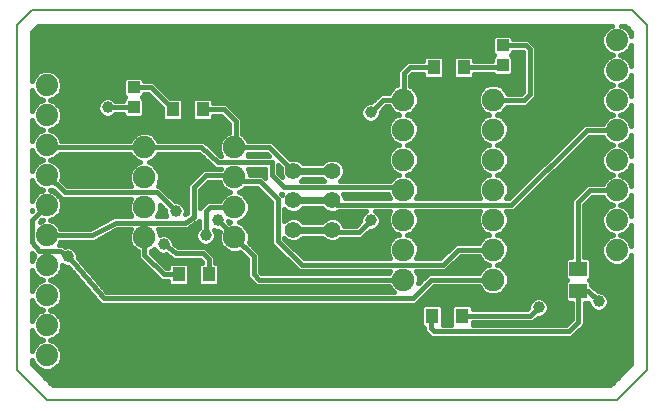
<source format=gtl>
G75*
%MOIN*%
%OFA0B0*%
%FSLAX25Y25*%
%IPPOS*%
%LPD*%
%AMOC8*
5,1,8,0,0,1.08239X$1,22.5*
%
%ADD10C,0.07400*%
%ADD11C,0.00500*%
%ADD12C,0.07500*%
%ADD13C,0.05500*%
%ADD14R,0.05906X0.05118*%
%ADD15R,0.04300X0.05000*%
%ADD16R,0.04331X0.03937*%
%ADD17C,0.02400*%
%ADD18C,0.01600*%
%ADD19C,0.03962*%
D10*
X0046595Y0016256D03*
X0046595Y0026256D03*
X0046595Y0036256D03*
X0046595Y0046256D03*
X0046595Y0056256D03*
X0046595Y0066256D03*
X0046595Y0076256D03*
X0046595Y0086256D03*
X0046595Y0096256D03*
X0046595Y0106256D03*
X0236595Y0101256D03*
X0236595Y0091256D03*
X0236595Y0081256D03*
X0236595Y0071256D03*
X0236595Y0061256D03*
X0236595Y0051256D03*
X0236595Y0111256D03*
X0236595Y0121256D03*
D11*
X0036595Y0126256D02*
X0036595Y0011256D01*
X0046595Y0001256D01*
X0236595Y0001256D01*
X0246595Y0011256D01*
X0246595Y0126256D01*
X0241595Y0131256D01*
X0041595Y0131256D01*
X0036595Y0126256D01*
D12*
X0079195Y0085656D03*
X0079195Y0075656D03*
X0079195Y0065656D03*
X0079195Y0055656D03*
X0109195Y0055656D03*
X0109195Y0065656D03*
X0109195Y0075656D03*
X0109195Y0085656D03*
X0165495Y0081556D03*
X0165495Y0091556D03*
X0165495Y0101556D03*
X0195495Y0101556D03*
X0195495Y0091556D03*
X0195495Y0081556D03*
X0195495Y0071556D03*
X0195495Y0061556D03*
X0195495Y0051556D03*
X0195495Y0041556D03*
X0165495Y0041556D03*
X0165495Y0051556D03*
X0165495Y0061556D03*
X0165495Y0071556D03*
D13*
X0141795Y0067956D03*
X0128795Y0067956D03*
X0128795Y0077756D03*
X0141795Y0077756D03*
X0141795Y0058156D03*
X0128795Y0058156D03*
D14*
X0223795Y0045096D03*
X0223795Y0037616D03*
D15*
X0185095Y0029456D03*
X0175095Y0029456D03*
X0100595Y0043256D03*
X0090595Y0043256D03*
X0088595Y0098256D03*
X0098595Y0098256D03*
X0175595Y0112256D03*
X0185595Y0112256D03*
D16*
X0198595Y0112909D03*
X0198595Y0119602D03*
X0075595Y0105602D03*
X0075595Y0098909D03*
D17*
X0128795Y0077756D02*
X0141795Y0077756D01*
X0141795Y0067956D02*
X0128795Y0067956D01*
X0128795Y0058156D02*
X0141795Y0058156D01*
D18*
X0142695Y0057256D01*
X0150595Y0057256D01*
X0154595Y0061256D01*
X0157700Y0059917D02*
X0160599Y0059917D01*
X0160345Y0060531D02*
X0161129Y0058639D01*
X0162578Y0057190D01*
X0164109Y0056556D01*
X0162578Y0055922D01*
X0161129Y0054473D01*
X0160345Y0052580D01*
X0160345Y0050531D01*
X0161081Y0048756D01*
X0132482Y0048756D01*
X0125795Y0055192D01*
X0125795Y0055287D01*
X0126444Y0054638D01*
X0127970Y0054006D01*
X0129621Y0054006D01*
X0131146Y0054638D01*
X0132064Y0055556D01*
X0138526Y0055556D01*
X0139444Y0054638D01*
X0140970Y0054006D01*
X0142621Y0054006D01*
X0144146Y0054638D01*
X0144564Y0055056D01*
X0151506Y0055056D01*
X0152795Y0056345D01*
X0154325Y0057875D01*
X0155268Y0057875D01*
X0156510Y0058390D01*
X0157461Y0059341D01*
X0157976Y0060583D01*
X0157976Y0061928D01*
X0157461Y0063171D01*
X0156510Y0064122D01*
X0155946Y0064356D01*
X0161081Y0064356D01*
X0160345Y0062580D01*
X0160345Y0060531D01*
X0160345Y0061516D02*
X0157976Y0061516D01*
X0157485Y0063114D02*
X0160566Y0063114D01*
X0153244Y0064356D02*
X0152680Y0064122D01*
X0151729Y0063171D01*
X0151214Y0061928D01*
X0151214Y0060986D01*
X0149684Y0059456D01*
X0145749Y0059456D01*
X0145313Y0060507D01*
X0144146Y0061674D01*
X0142621Y0062306D01*
X0140970Y0062306D01*
X0139444Y0061674D01*
X0138526Y0060756D01*
X0132064Y0060756D01*
X0131146Y0061674D01*
X0129621Y0062306D01*
X0127970Y0062306D01*
X0126444Y0061674D01*
X0125795Y0061025D01*
X0125795Y0065087D01*
X0126444Y0064438D01*
X0127970Y0063806D01*
X0129621Y0063806D01*
X0131146Y0064438D01*
X0132064Y0065356D01*
X0138526Y0065356D01*
X0139444Y0064438D01*
X0140970Y0063806D01*
X0142621Y0063806D01*
X0143948Y0064356D01*
X0153244Y0064356D01*
X0151705Y0063114D02*
X0125795Y0063114D01*
X0125795Y0064713D02*
X0126169Y0064713D01*
X0123595Y0068256D02*
X0117595Y0074256D01*
X0110595Y0074256D01*
X0109195Y0075656D01*
X0108595Y0076256D01*
X0099595Y0076256D01*
X0095595Y0072256D01*
X0095595Y0062456D01*
X0092595Y0060556D01*
X0069595Y0060556D01*
X0061595Y0056256D01*
X0046595Y0056256D01*
X0050146Y0059917D02*
X0063761Y0059917D01*
X0061041Y0058456D02*
X0051204Y0058456D01*
X0050919Y0059145D01*
X0049484Y0060579D01*
X0047851Y0061256D01*
X0049484Y0061932D01*
X0050919Y0063367D01*
X0051695Y0065241D01*
X0051695Y0067270D01*
X0050919Y0069145D01*
X0049484Y0070579D01*
X0047851Y0071256D01*
X0048497Y0071523D01*
X0051173Y0069067D01*
X0051784Y0068456D01*
X0051838Y0068456D01*
X0051879Y0068419D01*
X0052742Y0068456D01*
X0074781Y0068456D01*
X0074045Y0066680D01*
X0074045Y0064631D01*
X0074822Y0062756D01*
X0069919Y0062756D01*
X0069356Y0062925D01*
X0069041Y0062756D01*
X0068684Y0062756D01*
X0068268Y0062340D01*
X0061041Y0058456D01*
X0061271Y0054056D02*
X0061834Y0053887D01*
X0062149Y0054056D01*
X0062506Y0054056D01*
X0062922Y0054471D01*
X0070149Y0058356D01*
X0074739Y0058356D01*
X0074045Y0056680D01*
X0074045Y0054631D01*
X0074829Y0052739D01*
X0076278Y0051290D01*
X0076995Y0050993D01*
X0076995Y0048745D01*
X0083395Y0042345D01*
X0084684Y0041056D01*
X0087045Y0041056D01*
X0087045Y0040176D01*
X0087865Y0039356D01*
X0093325Y0039356D01*
X0094145Y0040176D01*
X0094145Y0046336D01*
X0093325Y0047156D01*
X0087865Y0047156D01*
X0087045Y0046336D01*
X0087045Y0045456D01*
X0086506Y0045456D01*
X0081395Y0050567D01*
X0081395Y0050993D01*
X0082112Y0051290D01*
X0082563Y0051741D01*
X0082729Y0051341D01*
X0083680Y0050390D01*
X0084923Y0049875D01*
X0086268Y0049875D01*
X0086377Y0049920D01*
X0088150Y0048590D01*
X0088684Y0048056D01*
X0088862Y0048056D01*
X0089004Y0047949D01*
X0089752Y0048056D01*
X0097684Y0048056D01*
X0098395Y0047345D01*
X0098395Y0047156D01*
X0097865Y0047156D01*
X0097045Y0046336D01*
X0097045Y0040176D01*
X0097865Y0039356D01*
X0103325Y0039356D01*
X0104145Y0040176D01*
X0104145Y0046336D01*
X0103325Y0047156D01*
X0102795Y0047156D01*
X0102795Y0049167D01*
X0100795Y0051167D01*
X0099506Y0052456D01*
X0090328Y0052456D01*
X0088976Y0053470D01*
X0088976Y0053928D01*
X0088461Y0055171D01*
X0087510Y0056122D01*
X0086268Y0056637D01*
X0084923Y0056637D01*
X0084345Y0056398D01*
X0084345Y0056680D01*
X0083651Y0058356D01*
X0092351Y0058356D01*
X0093002Y0058210D01*
X0093233Y0058356D01*
X0093506Y0058356D01*
X0093978Y0058828D01*
X0096233Y0060256D01*
X0096506Y0060256D01*
X0096978Y0060728D01*
X0097395Y0060992D01*
X0097395Y0058837D01*
X0096729Y0058171D01*
X0096214Y0056928D01*
X0096214Y0055583D01*
X0096729Y0054341D01*
X0097680Y0053390D01*
X0098923Y0052875D01*
X0100268Y0052875D01*
X0101510Y0053390D01*
X0102461Y0054341D01*
X0102976Y0055583D01*
X0102976Y0056928D01*
X0102514Y0058044D01*
X0102923Y0057875D01*
X0103865Y0057875D01*
X0104342Y0057398D01*
X0104045Y0056680D01*
X0104045Y0054631D01*
X0104829Y0052739D01*
X0106278Y0051290D01*
X0108171Y0050506D01*
X0110220Y0050506D01*
X0110937Y0050803D01*
X0113395Y0048345D01*
X0113395Y0042345D01*
X0114684Y0041056D01*
X0116384Y0039356D01*
X0160832Y0039356D01*
X0161129Y0038639D01*
X0162312Y0037456D01*
X0066607Y0037456D01*
X0056976Y0048692D01*
X0056976Y0049928D01*
X0056461Y0051171D01*
X0055510Y0052122D01*
X0054268Y0052637D01*
X0052923Y0052637D01*
X0052737Y0052560D01*
X0052631Y0052634D01*
X0052137Y0053143D01*
X0051909Y0053146D01*
X0051723Y0053278D01*
X0051024Y0053158D01*
X0050714Y0053163D01*
X0050919Y0053367D01*
X0051204Y0054056D01*
X0061271Y0054056D01*
X0064132Y0055122D02*
X0074045Y0055122D01*
X0074062Y0056720D02*
X0067106Y0056720D01*
X0070080Y0058319D02*
X0074724Y0058319D01*
X0079195Y0055656D02*
X0079195Y0049656D01*
X0085595Y0043256D01*
X0090595Y0043256D01*
X0094145Y0043932D02*
X0097045Y0043932D01*
X0097045Y0042334D02*
X0094145Y0042334D01*
X0094145Y0040735D02*
X0097045Y0040735D01*
X0100595Y0043256D02*
X0100595Y0048256D01*
X0098595Y0050256D01*
X0089595Y0050256D01*
X0085595Y0053256D01*
X0088482Y0055122D02*
X0096405Y0055122D01*
X0096214Y0056720D02*
X0084329Y0056720D01*
X0083666Y0058319D02*
X0092516Y0058319D01*
X0093175Y0058319D02*
X0096877Y0058319D01*
X0097395Y0059917D02*
X0095699Y0059917D01*
X0099595Y0056256D02*
X0099595Y0064256D01*
X0100995Y0065656D01*
X0109195Y0065656D01*
X0113717Y0063114D02*
X0121395Y0063114D01*
X0121395Y0064713D02*
X0114345Y0064713D01*
X0114345Y0064631D02*
X0114345Y0066680D01*
X0113561Y0068573D01*
X0112112Y0070022D01*
X0110582Y0070656D01*
X0112112Y0071290D01*
X0112878Y0072056D01*
X0116684Y0072056D01*
X0121395Y0067345D01*
X0121395Y0055143D01*
X0121378Y0055125D01*
X0121395Y0054235D01*
X0121395Y0053345D01*
X0121412Y0053327D01*
X0121413Y0053303D01*
X0122054Y0052686D01*
X0122684Y0052056D01*
X0122708Y0052056D01*
X0130054Y0044986D01*
X0130684Y0044356D01*
X0130708Y0044356D01*
X0130726Y0044339D01*
X0131616Y0044356D01*
X0161081Y0044356D01*
X0160832Y0043756D01*
X0118206Y0043756D01*
X0117795Y0044167D01*
X0117795Y0050167D01*
X0116506Y0051456D01*
X0114048Y0053914D01*
X0114345Y0054631D01*
X0114345Y0056680D01*
X0113561Y0058573D01*
X0112112Y0060022D01*
X0110582Y0060656D01*
X0112112Y0061290D01*
X0113561Y0062739D01*
X0114345Y0064631D01*
X0114345Y0066312D02*
X0121395Y0066312D01*
X0120830Y0067910D02*
X0113836Y0067910D01*
X0112626Y0069509D02*
X0119231Y0069509D01*
X0117633Y0071107D02*
X0111671Y0071107D01*
X0107809Y0070656D02*
X0106278Y0070022D01*
X0104829Y0068573D01*
X0104532Y0067856D01*
X0100084Y0067856D01*
X0098684Y0066456D01*
X0097795Y0065567D01*
X0097795Y0071345D01*
X0100506Y0074056D01*
X0104284Y0074056D01*
X0104829Y0072739D01*
X0106278Y0071290D01*
X0107809Y0070656D01*
X0106719Y0071107D02*
X0097795Y0071107D01*
X0097795Y0069509D02*
X0105765Y0069509D01*
X0104555Y0067910D02*
X0097795Y0067910D01*
X0097795Y0066312D02*
X0098539Y0066312D01*
X0093395Y0066312D02*
X0092321Y0066312D01*
X0092461Y0066171D02*
X0091510Y0067122D01*
X0090268Y0067637D01*
X0089354Y0067637D01*
X0085495Y0071557D01*
X0085495Y0071567D01*
X0084856Y0072206D01*
X0084224Y0072849D01*
X0084214Y0072849D01*
X0084206Y0072856D01*
X0083610Y0072856D01*
X0084345Y0074631D01*
X0084345Y0076680D01*
X0083561Y0078573D01*
X0082112Y0080022D01*
X0080582Y0080656D01*
X0082112Y0081290D01*
X0083561Y0082739D01*
X0083858Y0083456D01*
X0097333Y0083456D01*
X0102069Y0079070D01*
X0102684Y0078456D01*
X0102733Y0078456D01*
X0102733Y0078456D01*
X0098684Y0078456D01*
X0097395Y0077167D01*
X0093395Y0073167D01*
X0093395Y0063667D01*
X0092874Y0063337D01*
X0092976Y0063583D01*
X0092976Y0064928D01*
X0092461Y0066171D01*
X0092976Y0064713D02*
X0093395Y0064713D01*
X0089595Y0064256D02*
X0083295Y0070656D01*
X0052695Y0070656D01*
X0046595Y0076256D01*
X0041883Y0074304D02*
X0041645Y0074304D01*
X0041645Y0074879D02*
X0042272Y0073367D01*
X0043706Y0071932D01*
X0045339Y0071256D01*
X0043706Y0070579D01*
X0042272Y0069145D01*
X0041645Y0067632D01*
X0041645Y0074879D01*
X0041645Y0072706D02*
X0042933Y0072706D01*
X0041645Y0071107D02*
X0044980Y0071107D01*
X0042635Y0069509D02*
X0041645Y0069509D01*
X0041645Y0067910D02*
X0041760Y0067910D01*
X0046595Y0066256D02*
X0041595Y0061256D01*
X0041595Y0054156D01*
X0043995Y0051056D01*
X0051195Y0050956D01*
X0053595Y0049256D01*
X0065595Y0035256D01*
X0168595Y0035256D01*
X0174895Y0041556D01*
X0195495Y0041556D01*
X0190832Y0043756D02*
X0173984Y0043756D01*
X0170564Y0040336D01*
X0170645Y0040531D01*
X0170645Y0042580D01*
X0169910Y0044356D01*
X0178563Y0044356D01*
X0179442Y0044330D01*
X0179469Y0044356D01*
X0179506Y0044356D01*
X0180128Y0044978D01*
X0184769Y0049356D01*
X0190832Y0049356D01*
X0191129Y0048639D01*
X0192578Y0047190D01*
X0194109Y0046556D01*
X0192578Y0045922D01*
X0191129Y0044473D01*
X0190832Y0043756D01*
X0190905Y0043932D02*
X0170085Y0043932D01*
X0170645Y0042334D02*
X0172562Y0042334D01*
X0170963Y0040735D02*
X0170645Y0040735D01*
X0173989Y0037538D02*
X0192230Y0037538D01*
X0192578Y0037190D02*
X0194471Y0036406D01*
X0196520Y0036406D01*
X0198412Y0037190D01*
X0199861Y0038639D01*
X0200645Y0040531D01*
X0200645Y0042580D01*
X0199861Y0044473D01*
X0198412Y0045922D01*
X0196882Y0046556D01*
X0198412Y0047190D01*
X0199861Y0048639D01*
X0200645Y0050531D01*
X0200645Y0052580D01*
X0199861Y0054473D01*
X0198412Y0055922D01*
X0196882Y0056556D01*
X0198412Y0057190D01*
X0199861Y0058639D01*
X0200645Y0060531D01*
X0200645Y0062580D01*
X0199910Y0064356D01*
X0201487Y0064356D01*
X0202389Y0064349D01*
X0202396Y0064356D01*
X0202406Y0064356D01*
X0203045Y0064994D01*
X0227496Y0089056D01*
X0231986Y0089056D01*
X0232272Y0088367D01*
X0233706Y0086932D01*
X0235339Y0086256D01*
X0233706Y0085579D01*
X0232272Y0084145D01*
X0231495Y0082270D01*
X0231495Y0080241D01*
X0232272Y0078367D01*
X0233706Y0076932D01*
X0235339Y0076256D01*
X0233706Y0075579D01*
X0232272Y0074145D01*
X0231986Y0073456D01*
X0226684Y0073456D01*
X0222684Y0069456D01*
X0221395Y0068167D01*
X0221395Y0049055D01*
X0220262Y0049055D01*
X0219442Y0048235D01*
X0219442Y0041957D01*
X0220044Y0041356D01*
X0219442Y0040755D01*
X0219442Y0034477D01*
X0220262Y0033657D01*
X0221595Y0033657D01*
X0221595Y0028367D01*
X0219684Y0026456D01*
X0188645Y0026456D01*
X0188645Y0027256D01*
X0208706Y0027256D01*
X0210325Y0028875D01*
X0211268Y0028875D01*
X0212510Y0029390D01*
X0213461Y0030341D01*
X0213976Y0031583D01*
X0213976Y0032928D01*
X0213461Y0034171D01*
X0212510Y0035122D01*
X0211268Y0035637D01*
X0209923Y0035637D01*
X0208680Y0035122D01*
X0207729Y0034171D01*
X0207214Y0032928D01*
X0207214Y0031986D01*
X0206884Y0031656D01*
X0188645Y0031656D01*
X0188645Y0032536D01*
X0187825Y0033356D01*
X0182365Y0033356D01*
X0181545Y0032536D01*
X0181545Y0026456D01*
X0178645Y0026456D01*
X0178645Y0032536D01*
X0177825Y0033356D01*
X0172365Y0033356D01*
X0171545Y0032536D01*
X0171545Y0026376D01*
X0172365Y0025556D01*
X0172395Y0025556D01*
X0172395Y0024345D01*
X0173684Y0023056D01*
X0174684Y0022056D01*
X0221506Y0022056D01*
X0222795Y0023345D01*
X0225995Y0026545D01*
X0225995Y0033657D01*
X0227214Y0033657D01*
X0227214Y0033583D01*
X0227729Y0032341D01*
X0228680Y0031390D01*
X0229923Y0030875D01*
X0231268Y0030875D01*
X0232510Y0031390D01*
X0233461Y0032341D01*
X0233976Y0033583D01*
X0233976Y0034928D01*
X0233461Y0036171D01*
X0232510Y0037122D01*
X0231268Y0037637D01*
X0230325Y0037637D01*
X0228148Y0039814D01*
X0228148Y0040755D01*
X0227547Y0041356D01*
X0228148Y0041957D01*
X0228148Y0048235D01*
X0227328Y0049055D01*
X0225795Y0049055D01*
X0225795Y0066345D01*
X0228506Y0069056D01*
X0231986Y0069056D01*
X0232272Y0068367D01*
X0233706Y0066932D01*
X0235339Y0066256D01*
X0233706Y0065579D01*
X0232272Y0064145D01*
X0231495Y0062270D01*
X0231495Y0060241D01*
X0232272Y0058367D01*
X0233706Y0056932D01*
X0235339Y0056256D01*
X0233706Y0055579D01*
X0232272Y0054145D01*
X0231495Y0052270D01*
X0231495Y0050241D01*
X0232272Y0048367D01*
X0233706Y0046932D01*
X0235581Y0046156D01*
X0237610Y0046156D01*
X0239484Y0046932D01*
X0240919Y0048367D01*
X0241545Y0049879D01*
X0241545Y0013348D01*
X0234503Y0006306D01*
X0048687Y0006306D01*
X0041645Y0013348D01*
X0041645Y0014879D01*
X0042272Y0013367D01*
X0043706Y0011932D01*
X0045581Y0011156D01*
X0047610Y0011156D01*
X0049484Y0011932D01*
X0050919Y0013367D01*
X0051695Y0015241D01*
X0051695Y0017270D01*
X0050919Y0019145D01*
X0049484Y0020579D01*
X0047851Y0021256D01*
X0049484Y0021932D01*
X0050919Y0023367D01*
X0051695Y0025241D01*
X0051695Y0027270D01*
X0050919Y0029145D01*
X0049484Y0030579D01*
X0047851Y0031256D01*
X0049484Y0031932D01*
X0050919Y0033367D01*
X0051695Y0035241D01*
X0051695Y0037270D01*
X0050919Y0039145D01*
X0049484Y0040579D01*
X0047851Y0041256D01*
X0049484Y0041932D01*
X0050919Y0043367D01*
X0051695Y0045241D01*
X0051695Y0046383D01*
X0052923Y0045875D01*
X0053596Y0045875D01*
X0063395Y0034442D01*
X0063395Y0034345D01*
X0063980Y0033760D01*
X0064518Y0033132D01*
X0064615Y0033125D01*
X0064684Y0033056D01*
X0065511Y0033056D01*
X0066335Y0032992D01*
X0066409Y0033056D01*
X0169506Y0033056D01*
X0170795Y0034345D01*
X0175806Y0039356D01*
X0190832Y0039356D01*
X0191129Y0038639D01*
X0192578Y0037190D01*
X0190923Y0039137D02*
X0175587Y0039137D01*
X0172390Y0035940D02*
X0219442Y0035940D01*
X0219442Y0037538D02*
X0198761Y0037538D01*
X0200067Y0039137D02*
X0219442Y0039137D01*
X0219442Y0040735D02*
X0200645Y0040735D01*
X0200645Y0042334D02*
X0219442Y0042334D01*
X0219442Y0043932D02*
X0200085Y0043932D01*
X0198803Y0045531D02*
X0219442Y0045531D01*
X0219442Y0047129D02*
X0198266Y0047129D01*
X0199898Y0048728D02*
X0219935Y0048728D01*
X0221395Y0050326D02*
X0200560Y0050326D01*
X0200645Y0051925D02*
X0221395Y0051925D01*
X0221395Y0053523D02*
X0200254Y0053523D01*
X0199212Y0055122D02*
X0221395Y0055122D01*
X0221395Y0056720D02*
X0197279Y0056720D01*
X0199541Y0058319D02*
X0221395Y0058319D01*
X0221395Y0059917D02*
X0200391Y0059917D01*
X0200645Y0061516D02*
X0221395Y0061516D01*
X0221395Y0063114D02*
X0200424Y0063114D01*
X0202763Y0064713D02*
X0221395Y0064713D01*
X0221395Y0066312D02*
X0204383Y0066312D01*
X0206008Y0067910D02*
X0221395Y0067910D01*
X0222736Y0069509D02*
X0207632Y0069509D01*
X0209257Y0071107D02*
X0224335Y0071107D01*
X0225934Y0072706D02*
X0210881Y0072706D01*
X0212505Y0074304D02*
X0232431Y0074304D01*
X0234486Y0075903D02*
X0214130Y0075903D01*
X0215754Y0077501D02*
X0233137Y0077501D01*
X0231968Y0079100D02*
X0217378Y0079100D01*
X0219003Y0080698D02*
X0231495Y0080698D01*
X0231506Y0082297D02*
X0220627Y0082297D01*
X0222252Y0083895D02*
X0232168Y0083895D01*
X0233620Y0085494D02*
X0223876Y0085494D01*
X0225500Y0087092D02*
X0233546Y0087092D01*
X0232137Y0088691D02*
X0227125Y0088691D01*
X0222476Y0090289D02*
X0200545Y0090289D01*
X0200645Y0090531D02*
X0200645Y0092580D01*
X0199861Y0094473D01*
X0198412Y0095922D01*
X0196882Y0096556D01*
X0198412Y0097190D01*
X0199861Y0098639D01*
X0200034Y0099056D01*
X0206506Y0099056D01*
X0207795Y0100345D01*
X0209795Y0102345D01*
X0209795Y0119167D01*
X0208506Y0120456D01*
X0207160Y0121802D01*
X0202160Y0121802D01*
X0202160Y0122151D01*
X0201340Y0122971D01*
X0195850Y0122971D01*
X0195030Y0122151D01*
X0195030Y0117054D01*
X0195828Y0116256D01*
X0195030Y0115458D01*
X0195030Y0114456D01*
X0189145Y0114456D01*
X0189145Y0115336D01*
X0188325Y0116156D01*
X0182865Y0116156D01*
X0182045Y0115336D01*
X0182045Y0109176D01*
X0182865Y0108356D01*
X0188325Y0108356D01*
X0189145Y0109176D01*
X0189145Y0110056D01*
X0195335Y0110056D01*
X0195850Y0109541D01*
X0201340Y0109541D01*
X0202160Y0110361D01*
X0202160Y0115458D01*
X0201362Y0116256D01*
X0202160Y0117054D01*
X0202160Y0117402D01*
X0205337Y0117402D01*
X0205395Y0117345D01*
X0205395Y0104167D01*
X0204684Y0103456D01*
X0200282Y0103456D01*
X0199861Y0104473D01*
X0198412Y0105922D01*
X0196520Y0106706D01*
X0194471Y0106706D01*
X0192578Y0105922D01*
X0191129Y0104473D01*
X0190345Y0102580D01*
X0190345Y0100531D01*
X0191129Y0098639D01*
X0192578Y0097190D01*
X0194109Y0096556D01*
X0192578Y0095922D01*
X0191129Y0094473D01*
X0190345Y0092580D01*
X0190345Y0090531D01*
X0191129Y0088639D01*
X0192578Y0087190D01*
X0194109Y0086556D01*
X0192578Y0085922D01*
X0191129Y0084473D01*
X0190345Y0082580D01*
X0190345Y0080531D01*
X0191129Y0078639D01*
X0192578Y0077190D01*
X0194109Y0076556D01*
X0192578Y0075922D01*
X0191129Y0074473D01*
X0190345Y0072580D01*
X0190345Y0070531D01*
X0191081Y0068756D01*
X0169910Y0068756D01*
X0170645Y0070531D01*
X0170645Y0072580D01*
X0169861Y0074473D01*
X0168412Y0075922D01*
X0166882Y0076556D01*
X0168412Y0077190D01*
X0169861Y0078639D01*
X0170645Y0080531D01*
X0170645Y0082580D01*
X0169861Y0084473D01*
X0168412Y0085922D01*
X0166882Y0086556D01*
X0168412Y0087190D01*
X0169861Y0088639D01*
X0170645Y0090531D01*
X0170645Y0092580D01*
X0169861Y0094473D01*
X0168412Y0095922D01*
X0166882Y0096556D01*
X0168412Y0097190D01*
X0169861Y0098639D01*
X0170645Y0100531D01*
X0170645Y0102580D01*
X0169861Y0104473D01*
X0168412Y0105922D01*
X0167795Y0106178D01*
X0167795Y0109345D01*
X0168506Y0110056D01*
X0172045Y0110056D01*
X0172045Y0109176D01*
X0172865Y0108356D01*
X0178325Y0108356D01*
X0179145Y0109176D01*
X0179145Y0115336D01*
X0178325Y0116156D01*
X0172865Y0116156D01*
X0172045Y0115336D01*
X0172045Y0114456D01*
X0166684Y0114456D01*
X0164684Y0112456D01*
X0163395Y0111167D01*
X0163395Y0106260D01*
X0162578Y0105922D01*
X0161129Y0104473D01*
X0160832Y0103756D01*
X0157984Y0103756D01*
X0154865Y0100637D01*
X0153923Y0100637D01*
X0152680Y0100122D01*
X0151729Y0099171D01*
X0151214Y0097928D01*
X0151214Y0096583D01*
X0151729Y0095341D01*
X0152680Y0094390D01*
X0153923Y0093875D01*
X0155268Y0093875D01*
X0156510Y0094390D01*
X0157461Y0095341D01*
X0157976Y0096583D01*
X0157976Y0097526D01*
X0159806Y0099356D01*
X0160832Y0099356D01*
X0161129Y0098639D01*
X0162578Y0097190D01*
X0164109Y0096556D01*
X0162578Y0095922D01*
X0161129Y0094473D01*
X0160345Y0092580D01*
X0160345Y0090531D01*
X0161129Y0088639D01*
X0162578Y0087190D01*
X0164109Y0086556D01*
X0162578Y0085922D01*
X0161129Y0084473D01*
X0160345Y0082580D01*
X0160345Y0080531D01*
X0161129Y0078639D01*
X0162578Y0077190D01*
X0164109Y0076556D01*
X0162578Y0075922D01*
X0161129Y0074473D01*
X0161122Y0074456D01*
X0144364Y0074456D01*
X0145313Y0075405D01*
X0145945Y0076930D01*
X0145945Y0078581D01*
X0145313Y0080107D01*
X0144146Y0081274D01*
X0142621Y0081906D01*
X0140970Y0081906D01*
X0139444Y0081274D01*
X0138526Y0080356D01*
X0132064Y0080356D01*
X0131146Y0081274D01*
X0129621Y0081906D01*
X0127970Y0081906D01*
X0127819Y0081843D01*
X0121806Y0087856D01*
X0113858Y0087856D01*
X0113561Y0088573D01*
X0112112Y0090022D01*
X0111795Y0090153D01*
X0111795Y0095167D01*
X0110506Y0096456D01*
X0106506Y0100456D01*
X0102145Y0100456D01*
X0102145Y0101336D01*
X0101325Y0102156D01*
X0095865Y0102156D01*
X0095045Y0101336D01*
X0095045Y0095176D01*
X0095865Y0094356D01*
X0101325Y0094356D01*
X0102145Y0095176D01*
X0102145Y0096056D01*
X0104684Y0096056D01*
X0107395Y0093345D01*
X0107395Y0090485D01*
X0106278Y0090022D01*
X0104829Y0088573D01*
X0104045Y0086680D01*
X0104045Y0084631D01*
X0104781Y0082856D01*
X0104457Y0082856D01*
X0099721Y0087241D01*
X0099106Y0087856D01*
X0099057Y0087856D01*
X0099021Y0087889D01*
X0098153Y0087856D01*
X0083858Y0087856D01*
X0083561Y0088573D01*
X0082112Y0090022D01*
X0080220Y0090806D01*
X0078171Y0090806D01*
X0076278Y0090022D01*
X0074829Y0088573D01*
X0074532Y0087856D01*
X0051453Y0087856D01*
X0050919Y0089145D01*
X0049484Y0090579D01*
X0047851Y0091256D01*
X0049484Y0091932D01*
X0050919Y0093367D01*
X0051695Y0095241D01*
X0051695Y0097270D01*
X0050919Y0099145D01*
X0049484Y0100579D01*
X0047851Y0101256D01*
X0049484Y0101932D01*
X0050919Y0103367D01*
X0051695Y0105241D01*
X0051695Y0107270D01*
X0050919Y0109145D01*
X0049484Y0110579D01*
X0047610Y0111356D01*
X0045581Y0111356D01*
X0043706Y0110579D01*
X0042272Y0109145D01*
X0041645Y0107632D01*
X0041645Y0124164D01*
X0043687Y0126206D01*
X0235219Y0126206D01*
X0233706Y0125579D01*
X0232272Y0124145D01*
X0231495Y0122270D01*
X0231495Y0120241D01*
X0232272Y0118367D01*
X0233706Y0116932D01*
X0235339Y0116256D01*
X0233706Y0115579D01*
X0232272Y0114145D01*
X0231495Y0112270D01*
X0231495Y0110241D01*
X0232272Y0108367D01*
X0233706Y0106932D01*
X0235339Y0106256D01*
X0233706Y0105579D01*
X0232272Y0104145D01*
X0231495Y0102270D01*
X0231495Y0100241D01*
X0232272Y0098367D01*
X0233706Y0096932D01*
X0235339Y0096256D01*
X0233706Y0095579D01*
X0232272Y0094145D01*
X0231986Y0093456D01*
X0226604Y0093456D01*
X0225702Y0093463D01*
X0225694Y0093456D01*
X0225684Y0093456D01*
X0225045Y0092817D01*
X0200594Y0068756D01*
X0199910Y0068756D01*
X0200645Y0070531D01*
X0200645Y0072580D01*
X0199861Y0074473D01*
X0198412Y0075922D01*
X0196882Y0076556D01*
X0198412Y0077190D01*
X0199861Y0078639D01*
X0200645Y0080531D01*
X0200645Y0082580D01*
X0199861Y0084473D01*
X0198412Y0085922D01*
X0196882Y0086556D01*
X0198412Y0087190D01*
X0199861Y0088639D01*
X0200645Y0090531D01*
X0200645Y0091888D02*
X0224101Y0091888D01*
X0226595Y0091256D02*
X0201495Y0066556D01*
X0143395Y0066556D01*
X0141795Y0067956D01*
X0145644Y0069509D02*
X0160769Y0069509D01*
X0160542Y0070056D02*
X0161081Y0068756D01*
X0145945Y0068756D01*
X0145945Y0068781D01*
X0145417Y0070056D01*
X0160542Y0070056D01*
X0164795Y0072256D02*
X0165495Y0071556D01*
X0164795Y0072256D02*
X0125595Y0072256D01*
X0121595Y0076256D01*
X0121595Y0080656D01*
X0103595Y0080656D01*
X0098195Y0085656D01*
X0079195Y0085656D01*
X0047195Y0085656D01*
X0046595Y0086256D01*
X0042083Y0088691D02*
X0041645Y0088691D01*
X0042272Y0089145D02*
X0041645Y0087632D01*
X0041645Y0094879D01*
X0042272Y0093367D01*
X0043706Y0091932D01*
X0045339Y0091256D01*
X0043706Y0090579D01*
X0042272Y0089145D01*
X0041645Y0090289D02*
X0043416Y0090289D01*
X0043814Y0091888D02*
X0041645Y0091888D01*
X0041645Y0093486D02*
X0042222Y0093486D01*
X0049376Y0091888D02*
X0107395Y0091888D01*
X0107254Y0093486D02*
X0050968Y0093486D01*
X0051630Y0095085D02*
X0085136Y0095085D01*
X0085045Y0095176D02*
X0085865Y0094356D01*
X0091325Y0094356D01*
X0092145Y0095176D01*
X0092145Y0101336D01*
X0091325Y0102156D01*
X0087806Y0102156D01*
X0082160Y0107802D01*
X0079160Y0107802D01*
X0079160Y0108151D01*
X0078340Y0108971D01*
X0072850Y0108971D01*
X0072030Y0108151D01*
X0072030Y0103054D01*
X0072828Y0102256D01*
X0072030Y0101458D01*
X0072030Y0101109D01*
X0069523Y0101109D01*
X0068857Y0101776D01*
X0067614Y0102291D01*
X0066269Y0102291D01*
X0065026Y0101776D01*
X0064075Y0100825D01*
X0063560Y0099582D01*
X0063560Y0098237D01*
X0064075Y0096994D01*
X0065026Y0096043D01*
X0066269Y0095528D01*
X0067614Y0095528D01*
X0068857Y0096043D01*
X0069523Y0096709D01*
X0072030Y0096709D01*
X0072030Y0096361D01*
X0072850Y0095541D01*
X0078340Y0095541D01*
X0079160Y0096361D01*
X0079160Y0101458D01*
X0078362Y0102256D01*
X0079160Y0103054D01*
X0079160Y0103402D01*
X0080337Y0103402D01*
X0085045Y0098695D01*
X0085045Y0095176D01*
X0085045Y0096683D02*
X0079160Y0096683D01*
X0079160Y0098282D02*
X0085045Y0098282D01*
X0083860Y0099880D02*
X0079160Y0099880D01*
X0079140Y0101479D02*
X0082261Y0101479D01*
X0080663Y0103077D02*
X0079160Y0103077D01*
X0081249Y0105602D02*
X0075595Y0105602D01*
X0072030Y0106274D02*
X0051695Y0106274D01*
X0051461Y0104676D02*
X0072030Y0104676D01*
X0072030Y0103077D02*
X0050629Y0103077D01*
X0048389Y0101479D02*
X0064729Y0101479D01*
X0063684Y0099880D02*
X0050183Y0099880D01*
X0051276Y0098282D02*
X0063560Y0098282D01*
X0064386Y0096683D02*
X0051695Y0096683D01*
X0045339Y0101256D02*
X0043706Y0100579D01*
X0042272Y0099145D01*
X0041645Y0097632D01*
X0041645Y0104879D01*
X0042272Y0103367D01*
X0043706Y0101932D01*
X0045339Y0101256D01*
X0044801Y0101479D02*
X0041645Y0101479D01*
X0041645Y0103077D02*
X0042561Y0103077D01*
X0041729Y0104676D02*
X0041645Y0104676D01*
X0041645Y0107873D02*
X0041745Y0107873D01*
X0041645Y0109471D02*
X0042598Y0109471D01*
X0041645Y0111070D02*
X0044890Y0111070D01*
X0048300Y0111070D02*
X0163395Y0111070D01*
X0163395Y0109471D02*
X0050592Y0109471D01*
X0051446Y0107873D02*
X0072030Y0107873D01*
X0079160Y0107873D02*
X0163395Y0107873D01*
X0163395Y0106274D02*
X0083688Y0106274D01*
X0085287Y0104676D02*
X0161332Y0104676D01*
X0158895Y0101556D02*
X0154595Y0097256D01*
X0151360Y0098282D02*
X0108681Y0098282D01*
X0110279Y0096683D02*
X0151214Y0096683D01*
X0151985Y0095085D02*
X0111795Y0095085D01*
X0111795Y0093486D02*
X0160720Y0093486D01*
X0160345Y0091888D02*
X0111795Y0091888D01*
X0111795Y0090289D02*
X0160446Y0090289D01*
X0161108Y0088691D02*
X0113444Y0088691D01*
X0109595Y0086056D02*
X0109195Y0085656D01*
X0120895Y0085656D01*
X0128795Y0077756D01*
X0125071Y0075903D02*
X0125060Y0075903D01*
X0125079Y0075883D02*
X0123795Y0077167D01*
X0123795Y0079645D01*
X0124708Y0078732D01*
X0124645Y0078581D01*
X0124645Y0076930D01*
X0125079Y0075883D01*
X0124645Y0077501D02*
X0123795Y0077501D01*
X0123795Y0079100D02*
X0124340Y0079100D01*
X0119395Y0078456D02*
X0119395Y0075567D01*
X0118506Y0076456D01*
X0114345Y0076456D01*
X0114345Y0076680D01*
X0113610Y0078456D01*
X0119395Y0078456D01*
X0119395Y0077501D02*
X0114005Y0077501D01*
X0119060Y0075903D02*
X0119395Y0075903D01*
X0120584Y0082856D02*
X0113610Y0082856D01*
X0113858Y0083456D01*
X0119984Y0083456D01*
X0120584Y0082856D01*
X0124169Y0085494D02*
X0162150Y0085494D01*
X0162814Y0087092D02*
X0122570Y0087092D01*
X0125767Y0083895D02*
X0160890Y0083895D01*
X0160345Y0082297D02*
X0127366Y0082297D01*
X0131722Y0080698D02*
X0138868Y0080698D01*
X0144722Y0080698D02*
X0160345Y0080698D01*
X0160938Y0079100D02*
X0145730Y0079100D01*
X0145945Y0077501D02*
X0162267Y0077501D01*
X0162559Y0075903D02*
X0145519Y0075903D01*
X0139226Y0074456D02*
X0131364Y0074456D01*
X0132064Y0075156D01*
X0138526Y0075156D01*
X0139226Y0074456D01*
X0125173Y0070056D02*
X0125095Y0069867D01*
X0124906Y0070056D01*
X0125173Y0070056D01*
X0123595Y0068256D02*
X0123595Y0054256D01*
X0131595Y0046556D01*
X0178595Y0046556D01*
X0183895Y0051556D01*
X0195495Y0051556D01*
X0191778Y0055122D02*
X0169212Y0055122D01*
X0169861Y0054473D02*
X0168412Y0055922D01*
X0166882Y0056556D01*
X0168412Y0057190D01*
X0169861Y0058639D01*
X0170645Y0060531D01*
X0170645Y0062580D01*
X0169910Y0064356D01*
X0191081Y0064356D01*
X0190345Y0062580D01*
X0190345Y0060531D01*
X0191129Y0058639D01*
X0192578Y0057190D01*
X0194109Y0056556D01*
X0192578Y0055922D01*
X0191129Y0054473D01*
X0190832Y0053756D01*
X0183927Y0053756D01*
X0183048Y0053781D01*
X0183021Y0053756D01*
X0182984Y0053756D01*
X0182362Y0053134D01*
X0177721Y0048756D01*
X0169910Y0048756D01*
X0170645Y0050531D01*
X0170645Y0052580D01*
X0169861Y0054473D01*
X0170254Y0053523D02*
X0182751Y0053523D01*
X0181080Y0051925D02*
X0170645Y0051925D01*
X0170560Y0050326D02*
X0179386Y0050326D01*
X0182409Y0047129D02*
X0192724Y0047129D01*
X0192187Y0045531D02*
X0180715Y0045531D01*
X0184103Y0048728D02*
X0191092Y0048728D01*
X0193711Y0056720D02*
X0167279Y0056720D01*
X0169541Y0058319D02*
X0191449Y0058319D01*
X0190599Y0059917D02*
X0170391Y0059917D01*
X0170645Y0061516D02*
X0190345Y0061516D01*
X0190566Y0063114D02*
X0170424Y0063114D01*
X0170221Y0069509D02*
X0190769Y0069509D01*
X0190345Y0071107D02*
X0170645Y0071107D01*
X0170593Y0072706D02*
X0190397Y0072706D01*
X0191059Y0074304D02*
X0169931Y0074304D01*
X0168432Y0075903D02*
X0192559Y0075903D01*
X0192267Y0077501D02*
X0168724Y0077501D01*
X0170052Y0079100D02*
X0190938Y0079100D01*
X0190345Y0080698D02*
X0170645Y0080698D01*
X0170645Y0082297D02*
X0190345Y0082297D01*
X0190890Y0083895D02*
X0170101Y0083895D01*
X0168841Y0085494D02*
X0192150Y0085494D01*
X0192814Y0087092D02*
X0168176Y0087092D01*
X0169883Y0088691D02*
X0191108Y0088691D01*
X0190446Y0090289D02*
X0170545Y0090289D01*
X0170645Y0091888D02*
X0190345Y0091888D01*
X0190720Y0093486D02*
X0170270Y0093486D01*
X0169250Y0095085D02*
X0191741Y0095085D01*
X0193801Y0096683D02*
X0167189Y0096683D01*
X0169504Y0098282D02*
X0191486Y0098282D01*
X0190615Y0099880D02*
X0170375Y0099880D01*
X0170645Y0101479D02*
X0190345Y0101479D01*
X0190551Y0103077D02*
X0170439Y0103077D01*
X0169658Y0104676D02*
X0191332Y0104676D01*
X0193429Y0106274D02*
X0167795Y0106274D01*
X0167795Y0107873D02*
X0205395Y0107873D01*
X0205395Y0109471D02*
X0189145Y0109471D01*
X0185595Y0112256D02*
X0197942Y0112256D01*
X0198595Y0112909D01*
X0202160Y0112668D02*
X0205395Y0112668D01*
X0205395Y0111070D02*
X0202160Y0111070D01*
X0202160Y0114267D02*
X0205395Y0114267D01*
X0205395Y0115865D02*
X0201753Y0115865D01*
X0198595Y0119602D02*
X0206249Y0119602D01*
X0207595Y0118256D01*
X0207595Y0103256D01*
X0205595Y0101256D01*
X0195795Y0101256D01*
X0195495Y0101556D01*
X0199658Y0104676D02*
X0205395Y0104676D01*
X0205395Y0106274D02*
X0197562Y0106274D01*
X0209795Y0106274D02*
X0235295Y0106274D01*
X0237851Y0106256D02*
X0239484Y0106932D01*
X0240919Y0108367D01*
X0241545Y0109879D01*
X0241545Y0102632D01*
X0240919Y0104145D01*
X0239484Y0105579D01*
X0237851Y0106256D01*
X0237895Y0106274D02*
X0241545Y0106274D01*
X0241545Y0104676D02*
X0240388Y0104676D01*
X0241361Y0103077D02*
X0241545Y0103077D01*
X0241545Y0099879D02*
X0241545Y0092632D01*
X0240919Y0094145D01*
X0239484Y0095579D01*
X0237851Y0096256D01*
X0239484Y0096932D01*
X0240919Y0098367D01*
X0241545Y0099879D01*
X0241545Y0098282D02*
X0240833Y0098282D01*
X0241545Y0096683D02*
X0238883Y0096683D01*
X0239979Y0095085D02*
X0241545Y0095085D01*
X0241545Y0093486D02*
X0241192Y0093486D01*
X0236595Y0091256D02*
X0226595Y0091256D01*
X0231999Y0093486D02*
X0200270Y0093486D01*
X0199250Y0095085D02*
X0233211Y0095085D01*
X0234308Y0096683D02*
X0197189Y0096683D01*
X0199504Y0098282D02*
X0232357Y0098282D01*
X0231645Y0099880D02*
X0207331Y0099880D01*
X0208929Y0101479D02*
X0231495Y0101479D01*
X0231829Y0103077D02*
X0209795Y0103077D01*
X0209795Y0104676D02*
X0232803Y0104676D01*
X0232766Y0107873D02*
X0209795Y0107873D01*
X0209795Y0109471D02*
X0231814Y0109471D01*
X0231495Y0111070D02*
X0209795Y0111070D01*
X0209795Y0112668D02*
X0231660Y0112668D01*
X0232394Y0114267D02*
X0209795Y0114267D01*
X0209795Y0115865D02*
X0234396Y0115865D01*
X0233175Y0117464D02*
X0209795Y0117464D01*
X0209795Y0119062D02*
X0231984Y0119062D01*
X0231495Y0120661D02*
X0208301Y0120661D01*
X0202052Y0122259D02*
X0231495Y0122259D01*
X0232153Y0123858D02*
X0041645Y0123858D01*
X0041645Y0122259D02*
X0195138Y0122259D01*
X0195030Y0120661D02*
X0041645Y0120661D01*
X0041645Y0119062D02*
X0195030Y0119062D01*
X0195030Y0117464D02*
X0041645Y0117464D01*
X0041645Y0115865D02*
X0172575Y0115865D01*
X0178616Y0115865D02*
X0182575Y0115865D01*
X0182045Y0114267D02*
X0179145Y0114267D01*
X0179145Y0112668D02*
X0182045Y0112668D01*
X0182045Y0111070D02*
X0179145Y0111070D01*
X0179145Y0109471D02*
X0182045Y0109471D01*
X0175595Y0112256D02*
X0167595Y0112256D01*
X0165595Y0110256D01*
X0165595Y0101656D01*
X0165495Y0101556D01*
X0158895Y0101556D01*
X0157305Y0103077D02*
X0086885Y0103077D01*
X0088595Y0098256D02*
X0081249Y0105602D01*
X0075595Y0098909D02*
X0066942Y0098909D01*
X0069154Y0101479D02*
X0072051Y0101479D01*
X0072030Y0096683D02*
X0069497Y0096683D01*
X0076923Y0090289D02*
X0049774Y0090289D01*
X0051107Y0088691D02*
X0074947Y0088691D01*
X0081467Y0090289D02*
X0106923Y0090289D01*
X0104947Y0088691D02*
X0083444Y0088691D01*
X0083119Y0082297D02*
X0098585Y0082297D01*
X0100311Y0080698D02*
X0080684Y0080698D01*
X0083035Y0079100D02*
X0102038Y0079100D01*
X0103637Y0078456D02*
X0103637Y0078456D01*
X0104781Y0078456D01*
X0104781Y0078456D01*
X0103637Y0078456D01*
X0097729Y0077501D02*
X0084005Y0077501D01*
X0084345Y0075903D02*
X0096131Y0075903D01*
X0094532Y0074304D02*
X0084209Y0074304D01*
X0084365Y0072706D02*
X0093395Y0072706D01*
X0093395Y0071107D02*
X0085938Y0071107D01*
X0087512Y0069509D02*
X0093395Y0069509D01*
X0093395Y0067910D02*
X0089085Y0067910D01*
X0086058Y0064713D02*
X0084345Y0064713D01*
X0084345Y0064631D02*
X0084345Y0066453D01*
X0086214Y0064555D01*
X0086214Y0063583D01*
X0086557Y0062756D01*
X0083568Y0062756D01*
X0084345Y0064631D01*
X0083717Y0063114D02*
X0086408Y0063114D01*
X0084485Y0066312D02*
X0084345Y0066312D01*
X0074555Y0067910D02*
X0051430Y0067910D01*
X0051695Y0066312D02*
X0074045Y0066312D01*
X0074045Y0064713D02*
X0051476Y0064713D01*
X0050666Y0063114D02*
X0074674Y0063114D01*
X0066735Y0061516D02*
X0048479Y0061516D01*
X0045339Y0061256D02*
X0044892Y0061441D01*
X0044259Y0060808D01*
X0045339Y0061256D01*
X0041780Y0064553D02*
X0041645Y0064417D01*
X0041645Y0064879D01*
X0041780Y0064553D01*
X0041714Y0064713D02*
X0041645Y0064713D01*
X0050555Y0069509D02*
X0050692Y0069509D01*
X0048951Y0071107D02*
X0048210Y0071107D01*
X0051491Y0074748D02*
X0051695Y0075241D01*
X0051695Y0077270D01*
X0050919Y0079145D01*
X0049484Y0080579D01*
X0047851Y0081256D01*
X0049484Y0081932D01*
X0050919Y0083367D01*
X0050956Y0083456D01*
X0074532Y0083456D01*
X0074829Y0082739D01*
X0076278Y0081290D01*
X0077809Y0080656D01*
X0076278Y0080022D01*
X0074829Y0078573D01*
X0074045Y0076680D01*
X0074045Y0074631D01*
X0074781Y0072856D01*
X0053552Y0072856D01*
X0051491Y0074748D01*
X0051974Y0074304D02*
X0074181Y0074304D01*
X0074045Y0075903D02*
X0051695Y0075903D01*
X0051600Y0077501D02*
X0074385Y0077501D01*
X0075356Y0079100D02*
X0050937Y0079100D01*
X0049198Y0080698D02*
X0077707Y0080698D01*
X0075271Y0082297D02*
X0049848Y0082297D01*
X0045339Y0081256D02*
X0043706Y0080579D01*
X0042272Y0079145D01*
X0041645Y0077632D01*
X0041645Y0084879D01*
X0042272Y0083367D01*
X0043706Y0081932D01*
X0045339Y0081256D01*
X0043993Y0080698D02*
X0041645Y0080698D01*
X0041645Y0079100D02*
X0042253Y0079100D01*
X0041645Y0082297D02*
X0043342Y0082297D01*
X0042053Y0083895D02*
X0041645Y0083895D01*
X0041645Y0098282D02*
X0041914Y0098282D01*
X0041645Y0099880D02*
X0043007Y0099880D01*
X0041645Y0112668D02*
X0164896Y0112668D01*
X0166495Y0114267D02*
X0041645Y0114267D01*
X0042937Y0125456D02*
X0233583Y0125456D01*
X0237972Y0126206D02*
X0239503Y0126206D01*
X0241545Y0124164D01*
X0241545Y0122632D01*
X0240919Y0124145D01*
X0239484Y0125579D01*
X0237972Y0126206D01*
X0239607Y0125456D02*
X0240253Y0125456D01*
X0241038Y0123858D02*
X0241545Y0123858D01*
X0241545Y0119879D02*
X0241545Y0112632D01*
X0240919Y0114145D01*
X0239484Y0115579D01*
X0237851Y0116256D01*
X0239484Y0116932D01*
X0240919Y0118367D01*
X0241545Y0119879D01*
X0241545Y0119062D02*
X0241207Y0119062D01*
X0241545Y0117464D02*
X0240016Y0117464D01*
X0238794Y0115865D02*
X0241545Y0115865D01*
X0241545Y0114267D02*
X0240797Y0114267D01*
X0241530Y0112668D02*
X0241545Y0112668D01*
X0241545Y0109471D02*
X0241376Y0109471D01*
X0241545Y0107873D02*
X0240425Y0107873D01*
X0241545Y0089879D02*
X0241545Y0082632D01*
X0240919Y0084145D01*
X0239484Y0085579D01*
X0237851Y0086256D01*
X0239484Y0086932D01*
X0240919Y0088367D01*
X0241545Y0089879D01*
X0241545Y0088691D02*
X0241053Y0088691D01*
X0241545Y0087092D02*
X0239644Y0087092D01*
X0239570Y0085494D02*
X0241545Y0085494D01*
X0241545Y0083895D02*
X0241022Y0083895D01*
X0241545Y0079879D02*
X0241545Y0072632D01*
X0240919Y0074145D01*
X0239484Y0075579D01*
X0237851Y0076256D01*
X0239484Y0076932D01*
X0240919Y0078367D01*
X0241545Y0079879D01*
X0241545Y0079100D02*
X0241222Y0079100D01*
X0241545Y0077501D02*
X0240053Y0077501D01*
X0238704Y0075903D02*
X0241545Y0075903D01*
X0241545Y0074304D02*
X0240759Y0074304D01*
X0241515Y0072706D02*
X0241545Y0072706D01*
X0241545Y0069879D02*
X0241545Y0062632D01*
X0240919Y0064145D01*
X0239484Y0065579D01*
X0237851Y0066256D01*
X0239484Y0066932D01*
X0240919Y0068367D01*
X0241545Y0069879D01*
X0241545Y0069509D02*
X0241392Y0069509D01*
X0241545Y0067910D02*
X0240462Y0067910D01*
X0241545Y0066312D02*
X0237985Y0066312D01*
X0235205Y0066312D02*
X0225795Y0066312D01*
X0225795Y0064713D02*
X0232840Y0064713D01*
X0231845Y0063114D02*
X0225795Y0063114D01*
X0225795Y0061516D02*
X0231495Y0061516D01*
X0231629Y0059917D02*
X0225795Y0059917D01*
X0225795Y0058319D02*
X0232320Y0058319D01*
X0234218Y0056720D02*
X0225795Y0056720D01*
X0225795Y0055122D02*
X0233249Y0055122D01*
X0232014Y0053523D02*
X0225795Y0053523D01*
X0225795Y0051925D02*
X0231495Y0051925D01*
X0231495Y0050326D02*
X0225795Y0050326D01*
X0227655Y0048728D02*
X0232122Y0048728D01*
X0233509Y0047129D02*
X0228148Y0047129D01*
X0228148Y0045531D02*
X0241545Y0045531D01*
X0241545Y0047129D02*
X0239681Y0047129D01*
X0241068Y0048728D02*
X0241545Y0048728D01*
X0241545Y0052632D02*
X0240919Y0054145D01*
X0239484Y0055579D01*
X0237851Y0056256D01*
X0239484Y0056932D01*
X0240919Y0058367D01*
X0241545Y0059879D01*
X0241545Y0052632D01*
X0241545Y0053523D02*
X0241176Y0053523D01*
X0241545Y0055122D02*
X0239942Y0055122D01*
X0238972Y0056720D02*
X0241545Y0056720D01*
X0241545Y0058319D02*
X0240871Y0058319D01*
X0241345Y0063114D02*
X0241545Y0063114D01*
X0241545Y0064713D02*
X0240351Y0064713D01*
X0232729Y0067910D02*
X0227361Y0067910D01*
X0227595Y0071256D02*
X0223595Y0067256D01*
X0223595Y0045296D01*
X0223795Y0045096D01*
X0228148Y0043932D02*
X0241545Y0043932D01*
X0241545Y0042334D02*
X0228148Y0042334D01*
X0228148Y0040735D02*
X0241545Y0040735D01*
X0241545Y0039137D02*
X0228825Y0039137D01*
X0227235Y0037616D02*
X0230595Y0034256D01*
X0233976Y0034341D02*
X0241545Y0034341D01*
X0241545Y0032743D02*
X0233628Y0032743D01*
X0231918Y0031144D02*
X0241545Y0031144D01*
X0241545Y0029546D02*
X0225995Y0029546D01*
X0225995Y0031144D02*
X0229272Y0031144D01*
X0227562Y0032743D02*
X0225995Y0032743D01*
X0221595Y0032743D02*
X0213976Y0032743D01*
X0213794Y0031144D02*
X0221595Y0031144D01*
X0221595Y0029546D02*
X0212667Y0029546D01*
X0210595Y0032256D02*
X0207795Y0029456D01*
X0185095Y0029456D01*
X0181545Y0029546D02*
X0178645Y0029546D01*
X0178645Y0031144D02*
X0181545Y0031144D01*
X0181752Y0032743D02*
X0178438Y0032743D01*
X0175095Y0029456D02*
X0174595Y0028956D01*
X0174595Y0025256D01*
X0175595Y0024256D01*
X0220595Y0024256D01*
X0223795Y0027456D01*
X0223795Y0037616D01*
X0227235Y0037616D01*
X0231506Y0037538D02*
X0241545Y0037538D01*
X0241545Y0035940D02*
X0233557Y0035940D01*
X0225995Y0027947D02*
X0241545Y0027947D01*
X0241545Y0026349D02*
X0225799Y0026349D01*
X0224201Y0024750D02*
X0241545Y0024750D01*
X0241545Y0023152D02*
X0222602Y0023152D01*
X0221175Y0027947D02*
X0209398Y0027947D01*
X0207214Y0032743D02*
X0188438Y0032743D01*
X0181545Y0027947D02*
X0178645Y0027947D01*
X0172395Y0024750D02*
X0051492Y0024750D01*
X0051695Y0026349D02*
X0171572Y0026349D01*
X0171545Y0027947D02*
X0051415Y0027947D01*
X0050518Y0029546D02*
X0171545Y0029546D01*
X0171545Y0031144D02*
X0048121Y0031144D01*
X0050294Y0032743D02*
X0171752Y0032743D01*
X0170792Y0034341D02*
X0207899Y0034341D01*
X0213291Y0034341D02*
X0219578Y0034341D01*
X0241545Y0021553D02*
X0048569Y0021553D01*
X0050703Y0023152D02*
X0173588Y0023152D01*
X0162230Y0037538D02*
X0066536Y0037538D01*
X0065166Y0039137D02*
X0160923Y0039137D01*
X0165495Y0041556D02*
X0117295Y0041556D01*
X0115595Y0043256D01*
X0115595Y0049256D01*
X0109195Y0055656D01*
X0103595Y0061256D01*
X0106976Y0061001D02*
X0107809Y0060656D01*
X0107453Y0060509D01*
X0106976Y0060986D01*
X0106976Y0061001D01*
X0112217Y0059917D02*
X0121395Y0059917D01*
X0121395Y0058319D02*
X0113666Y0058319D01*
X0114329Y0056720D02*
X0121395Y0056720D01*
X0121378Y0055122D02*
X0114345Y0055122D01*
X0114439Y0053523D02*
X0121395Y0053523D01*
X0122845Y0051925D02*
X0116037Y0051925D01*
X0116506Y0051456D02*
X0116506Y0051456D01*
X0117636Y0050326D02*
X0124505Y0050326D01*
X0126166Y0048728D02*
X0117795Y0048728D01*
X0117795Y0047129D02*
X0127827Y0047129D01*
X0129488Y0045531D02*
X0117795Y0045531D01*
X0118030Y0043932D02*
X0160905Y0043932D01*
X0160430Y0050326D02*
X0130850Y0050326D01*
X0129189Y0051925D02*
X0160345Y0051925D01*
X0160736Y0053523D02*
X0127529Y0053523D01*
X0125960Y0055122D02*
X0125868Y0055122D01*
X0131630Y0055122D02*
X0138960Y0055122D01*
X0145557Y0059917D02*
X0150145Y0059917D01*
X0151214Y0061516D02*
X0144304Y0061516D01*
X0139286Y0061516D02*
X0131304Y0061516D01*
X0126286Y0061516D02*
X0125795Y0061516D01*
X0121395Y0061516D02*
X0112338Y0061516D01*
X0104062Y0056720D02*
X0102976Y0056720D01*
X0102785Y0055122D02*
X0104045Y0055122D01*
X0104504Y0053523D02*
X0101644Y0053523D01*
X0100037Y0051925D02*
X0105643Y0051925D01*
X0102795Y0048728D02*
X0113012Y0048728D01*
X0113395Y0047129D02*
X0103352Y0047129D01*
X0104145Y0045531D02*
X0113395Y0045531D01*
X0113395Y0043932D02*
X0104145Y0043932D01*
X0104145Y0042334D02*
X0113406Y0042334D01*
X0115004Y0040735D02*
X0104145Y0040735D01*
X0097045Y0045531D02*
X0094145Y0045531D01*
X0093352Y0047129D02*
X0097839Y0047129D01*
X0101636Y0050326D02*
X0111413Y0050326D01*
X0097546Y0053523D02*
X0088976Y0053523D01*
X0083832Y0050326D02*
X0081636Y0050326D01*
X0083234Y0048728D02*
X0087966Y0048728D01*
X0087839Y0047129D02*
X0084833Y0047129D01*
X0086431Y0045531D02*
X0087045Y0045531D01*
X0083406Y0042334D02*
X0062426Y0042334D01*
X0061056Y0043932D02*
X0081807Y0043932D01*
X0080209Y0045531D02*
X0059686Y0045531D01*
X0058315Y0047129D02*
X0078610Y0047129D01*
X0077012Y0048728D02*
X0056976Y0048728D01*
X0056811Y0050326D02*
X0076995Y0050326D01*
X0075643Y0051925D02*
X0055708Y0051925D01*
X0050983Y0053523D02*
X0074504Y0053523D01*
X0056631Y0042334D02*
X0049886Y0042334D01*
X0049108Y0040735D02*
X0058001Y0040735D01*
X0059371Y0039137D02*
X0050922Y0039137D01*
X0051584Y0037538D02*
X0060741Y0037538D01*
X0062111Y0035940D02*
X0051695Y0035940D01*
X0051322Y0034341D02*
X0063398Y0034341D01*
X0063796Y0040735D02*
X0087045Y0040735D01*
X0055261Y0043932D02*
X0051153Y0043932D01*
X0051695Y0045531D02*
X0053890Y0045531D01*
X0045339Y0041256D02*
X0043706Y0040579D01*
X0042272Y0039145D01*
X0041645Y0037632D01*
X0041645Y0044879D01*
X0042272Y0043367D01*
X0043706Y0041932D01*
X0045339Y0041256D01*
X0044082Y0040735D02*
X0041645Y0040735D01*
X0041645Y0039137D02*
X0042268Y0039137D01*
X0041645Y0042334D02*
X0043305Y0042334D01*
X0042037Y0043932D02*
X0041645Y0043932D01*
X0041645Y0047632D02*
X0041645Y0050498D01*
X0041785Y0050317D01*
X0041783Y0050175D01*
X0042332Y0049611D01*
X0042509Y0049382D01*
X0042272Y0049145D01*
X0041645Y0047632D01*
X0041645Y0048728D02*
X0042099Y0048728D01*
X0041778Y0050326D02*
X0041645Y0050326D01*
X0041645Y0034879D02*
X0042272Y0033367D01*
X0043706Y0031932D01*
X0045339Y0031256D01*
X0043706Y0030579D01*
X0042272Y0029145D01*
X0041645Y0027632D01*
X0041645Y0034879D01*
X0041645Y0034341D02*
X0041868Y0034341D01*
X0041645Y0032743D02*
X0042896Y0032743D01*
X0041645Y0031144D02*
X0045070Y0031144D01*
X0042672Y0029546D02*
X0041645Y0029546D01*
X0041645Y0027947D02*
X0041776Y0027947D01*
X0041645Y0024879D02*
X0042272Y0023367D01*
X0043706Y0021932D01*
X0045339Y0021256D01*
X0043706Y0020579D01*
X0042272Y0019145D01*
X0041645Y0017632D01*
X0041645Y0024879D01*
X0041645Y0024750D02*
X0041699Y0024750D01*
X0041645Y0023152D02*
X0042487Y0023152D01*
X0041645Y0021553D02*
X0044622Y0021553D01*
X0043081Y0019955D02*
X0041645Y0019955D01*
X0041645Y0018356D02*
X0041945Y0018356D01*
X0042191Y0013561D02*
X0041645Y0013561D01*
X0043031Y0011962D02*
X0043676Y0011962D01*
X0044629Y0010364D02*
X0238561Y0010364D01*
X0240160Y0011962D02*
X0049514Y0011962D01*
X0050999Y0013561D02*
X0241545Y0013561D01*
X0241545Y0015159D02*
X0051661Y0015159D01*
X0051695Y0016758D02*
X0241545Y0016758D01*
X0241545Y0018356D02*
X0051245Y0018356D01*
X0050109Y0019955D02*
X0241545Y0019955D01*
X0236963Y0008765D02*
X0046228Y0008765D01*
X0047826Y0007167D02*
X0235364Y0007167D01*
X0161778Y0055122D02*
X0151572Y0055122D01*
X0153171Y0056720D02*
X0163711Y0056720D01*
X0161449Y0058319D02*
X0156340Y0058319D01*
X0139169Y0064713D02*
X0131421Y0064713D01*
X0104862Y0072706D02*
X0099156Y0072706D01*
X0103335Y0083895D02*
X0104350Y0083895D01*
X0104045Y0085494D02*
X0101608Y0085494D01*
X0099882Y0087092D02*
X0104216Y0087092D01*
X0109595Y0086056D02*
X0109595Y0094256D01*
X0105595Y0098256D01*
X0098595Y0098256D01*
X0095045Y0098282D02*
X0092145Y0098282D01*
X0092145Y0099880D02*
X0095045Y0099880D01*
X0095188Y0101479D02*
X0092002Y0101479D01*
X0092145Y0096683D02*
X0095045Y0096683D01*
X0095136Y0095085D02*
X0092054Y0095085D01*
X0102054Y0095085D02*
X0105655Y0095085D01*
X0107082Y0099880D02*
X0152438Y0099880D01*
X0155707Y0101479D02*
X0102002Y0101479D01*
X0157206Y0095085D02*
X0161741Y0095085D01*
X0163801Y0096683D02*
X0157976Y0096683D01*
X0158732Y0098282D02*
X0161486Y0098282D01*
X0167922Y0109471D02*
X0172045Y0109471D01*
X0188616Y0115865D02*
X0195437Y0115865D01*
X0199883Y0088691D02*
X0220852Y0088691D01*
X0219227Y0087092D02*
X0198176Y0087092D01*
X0198841Y0085494D02*
X0217603Y0085494D01*
X0215979Y0083895D02*
X0200101Y0083895D01*
X0200645Y0082297D02*
X0214354Y0082297D01*
X0212730Y0080698D02*
X0200645Y0080698D01*
X0200052Y0079100D02*
X0211105Y0079100D01*
X0209481Y0077501D02*
X0198724Y0077501D01*
X0198432Y0075903D02*
X0207857Y0075903D01*
X0206232Y0074304D02*
X0199931Y0074304D01*
X0200593Y0072706D02*
X0204608Y0072706D01*
X0202983Y0071107D02*
X0200645Y0071107D01*
X0200221Y0069509D02*
X0201359Y0069509D01*
X0227595Y0071256D02*
X0236595Y0071256D01*
D19*
X0230595Y0034256D03*
X0210595Y0032256D03*
X0154595Y0061256D03*
X0103595Y0061256D03*
X0099595Y0056256D03*
X0089595Y0064256D03*
X0085595Y0053256D03*
X0053595Y0049256D03*
X0066942Y0098909D03*
X0154595Y0097256D03*
M02*

</source>
